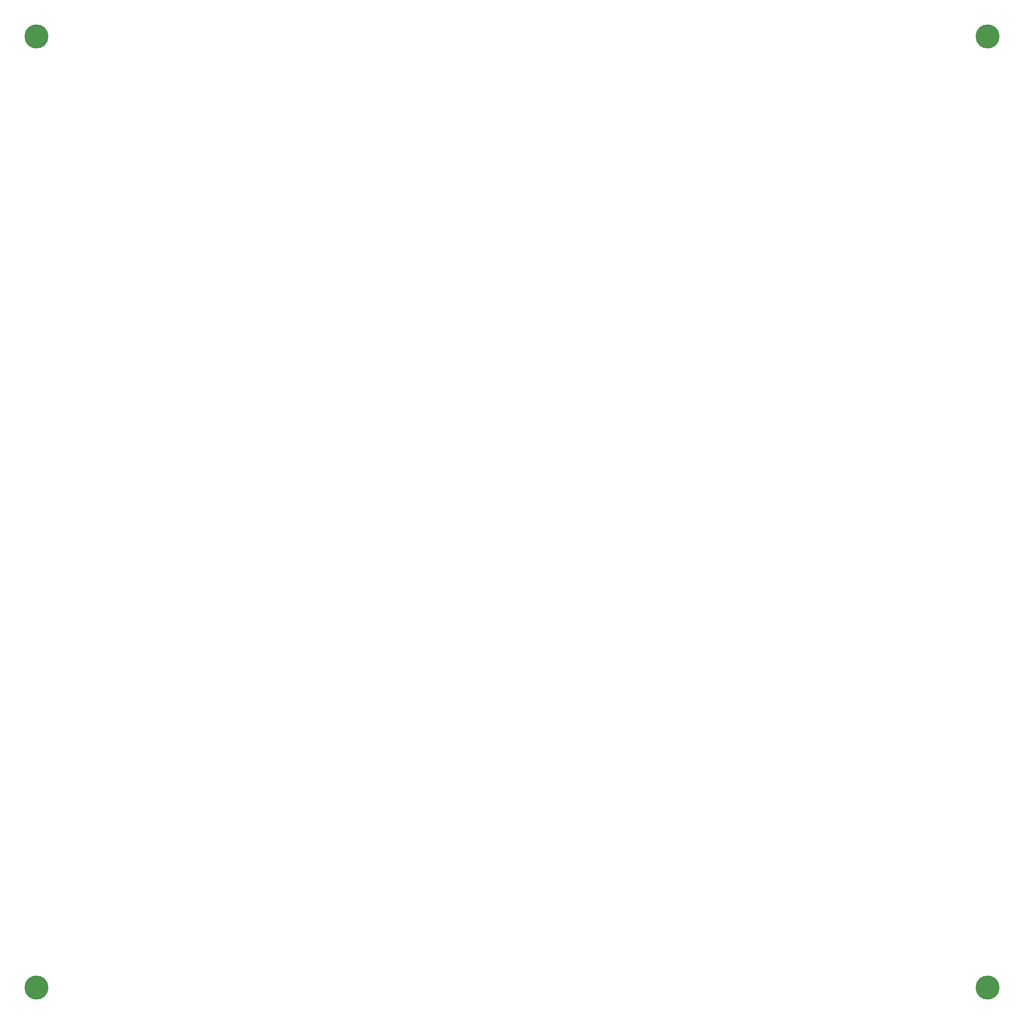
<source format=gbr>
%FSLAX34Y34*%
%MOMM*%
%LNSOLDERMASK_TOP*%
G71*
G01*
%ADD10C, 4.80*%
%LPD*%
X48430Y-1951600D02*
G54D10*
D03*
X1948425Y-1951600D02*
G54D10*
D03*
X1948425Y-51600D02*
G54D10*
D03*
X48425Y-51600D02*
G54D10*
D03*
M02*

</source>
